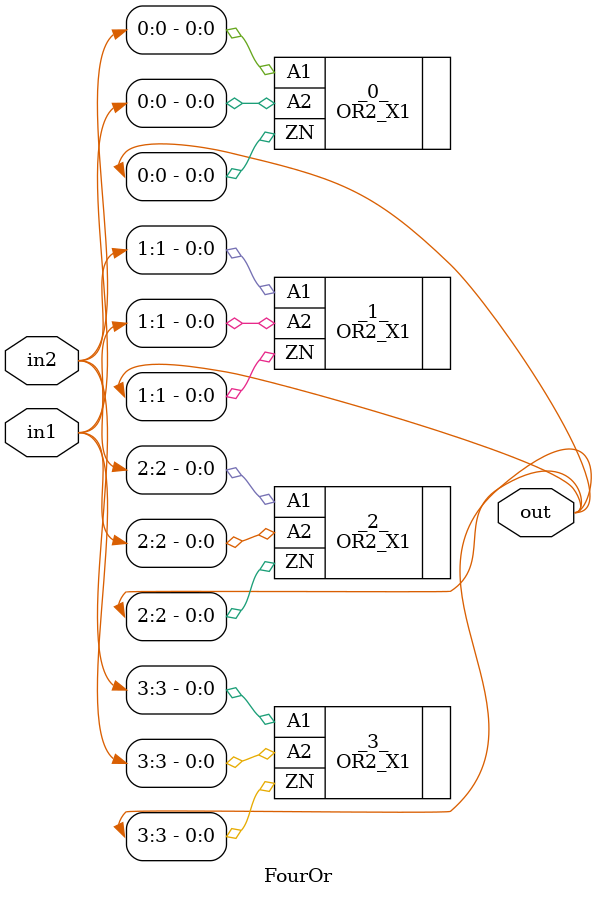
<source format=v>
/* Generated by Yosys 0.9 (git sha1 UNKNOWN, clang  -fPIC -Os) */

module AndAndOr(in1, in2, out);
  wire _0_;
  wire _1_;
  wire _2_;
  wire _3_;
  input [3:0] in1;
  input [3:0] in2;
  output [3:0] out;
  wire temp;
  LOGIC0_X1 _4_ (
    .Z(_3_)
  );
  AndOr a (
    .in1(in1),
    .in2(in2),
    .out({ _2_, _1_, _0_, temp })
  );
  FourAnd b (
    .in1({ _3_, _3_, _3_, temp }),
    .in2(in1),
    .out(out)
  );
endmodule

module AndOr(in1, in2, out);
  wire _0_;
  wire _1_;
  wire _2_;
  wire _3_;
  input [3:0] in1;
  input [3:0] in2;
  output [3:0] out;
  wire temp;
  LOGIC0_X1 _4_ (
    .Z(_3_)
  );
  FourAnd a (
    .in1(in1),
    .in2(in2),
    .out({ _2_, _1_, _0_, temp })
  );
  FourOr b (
    .in1({ _3_, _3_, _3_, temp }),
    .in2(in1),
    .out(out)
  );
endmodule

module Constants(clock, io_wide_bus, reduced, out);
  wire _00_;
  wire _01_;
  wire _02_;
  wire _03_;
  wire _04_;
  wire _05_;
  wire _06_;
  wire _07_;
  wire _08_;
  wire _09_;
  wire _10_;
  input clock;
  input [5:0] io_wide_bus;
  output [15:0] out;
  output reduced;
  NOR3_X1 _11_ (
    .A1(io_wide_bus[4]),
    .A2(io_wide_bus[3]),
    .A3(io_wide_bus[0]),
    .ZN(_01_)
  );
  NOR3_X1 _12_ (
    .A1(io_wide_bus[5]),
    .A2(io_wide_bus[2]),
    .A3(io_wide_bus[1]),
    .ZN(_02_)
  );
  NAND2_X1 _13_ (
    .A1(_01_),
    .A2(_02_),
    .ZN(_00_)
  );
  LOGIC1_X1 _14_ (
    .Z(_09_)
  );
  LOGIC0_X1 _15_ (
    .Z(_10_)
  );
  DFF_X1 _16_ (
    .CK(clock),
    .D(_00_),
    .Q(reduced),
    .QN(_03_)
  );
  AndAndOr deepEliminate (
    .in1({ reduced, io_wide_bus[2:0] }),
    .in2({ _10_, _09_, _09_, _10_ }),
    .out({ _08_, out[14:12] })
  );
  FourAnd dontEliminateMe (
    .in1({ reduced, io_wide_bus[2:0] }),
    .in2(io_wide_bus[5:2]),
    .out({ _06_, out[5:3] })
  );
  FourAnd eliminateMe (
    .in1({ io_wide_bus[2:0], reduced }),
    .in2({ _09_, _10_, _09_, _10_ }),
    .out({ _07_, out[2:0] })
  );
  FourAndNot eliminateMe2 (
    .in1({ reduced, io_wide_bus[2:0] }),
    .in2({ _09_, _09_, _09_, _10_ }),
    .out({ _04_, out[11:9] })
  );
  FourAnd eliminateMePartial (
    .in1({ io_wide_bus[2:0], reduced }),
    .in2({ _09_, _10_, io_wide_bus[1:0] }),
    .out({ _05_, out[8:6] })
  );
  assign out[15] = 1'h0;
endmodule

module FourAnd(in1, in2, out);
  input [3:0] in1;
  input [3:0] in2;
  output [3:0] out;
  AND2_X1 _0_ (
    .A1(in2[0]),
    .A2(in1[0]),
    .ZN(out[0])
  );
  AND2_X1 _1_ (
    .A1(in2[1]),
    .A2(in1[1]),
    .ZN(out[1])
  );
  AND2_X1 _2_ (
    .A1(in2[2]),
    .A2(in1[2]),
    .ZN(out[2])
  );
  AND2_X1 _3_ (
    .A1(in2[3]),
    .A2(in1[3]),
    .ZN(out[3])
  );
endmodule

module FourAndNot(in1, in2, out);
  input [3:0] in1;
  input [3:0] in2;
  output [3:0] out;
  NAND2_X1 _0_ (
    .A1(in2[2]),
    .A2(in1[2]),
    .ZN(out[2])
  );
  NAND2_X1 _1_ (
    .A1(in2[3]),
    .A2(in1[3]),
    .ZN(out[3])
  );
  NAND2_X1 _2_ (
    .A1(in2[0]),
    .A2(in1[0]),
    .ZN(out[0])
  );
  NAND2_X1 _3_ (
    .A1(in2[1]),
    .A2(in1[1]),
    .ZN(out[1])
  );
endmodule

module FourOr(in1, in2, out);
  input [3:0] in1;
  input [3:0] in2;
  output [3:0] out;
  OR2_X1 _0_ (
    .A1(in2[0]),
    .A2(in1[0]),
    .ZN(out[0])
  );
  OR2_X1 _1_ (
    .A1(in2[1]),
    .A2(in1[1]),
    .ZN(out[1])
  );
  OR2_X1 _2_ (
    .A1(in2[2]),
    .A2(in1[2]),
    .ZN(out[2])
  );
  OR2_X1 _3_ (
    .A1(in2[3]),
    .A2(in1[3]),
    .ZN(out[3])
  );
endmodule

</source>
